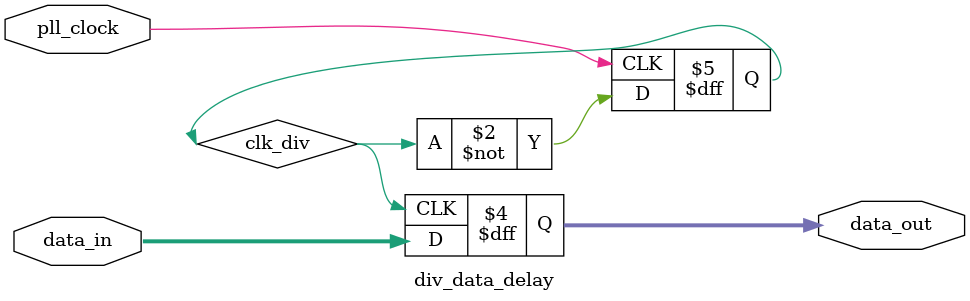
<source format=v>
module div_data_delay (pll_clock, data_in, data_out);

parameter WIDTH = 32;
parameter NEG = 0;
// signals for connecting to the Avalon fabric 
input pll_clock;
input [WIDTH-1:0] data_in;
output [WIDTH-1:0] data_out;

(* altera_attribute = "-name AUTO_SHIFT_REGISTER_RECOGNITION OFF" *) (* preserve="true" *) reg [WIDTH-1:0] data_out;
(* altera_attribute = "-name AUTO_SHIFT_REGISTER_RECOGNITION OFF" *) (* preserve="true" *) reg clk_div;

generate
	if(NEG==0) begin
		always@(posedge clk_div) begin
			data_out <= data_in;
		end
	end
	else begin
		always@(negedge clk_div) begin
			data_out <= data_in;
		end
	end
endgenerate

always@(posedge pll_clock) begin
	clk_div <= ~clk_div;
end

endmodule

</source>
